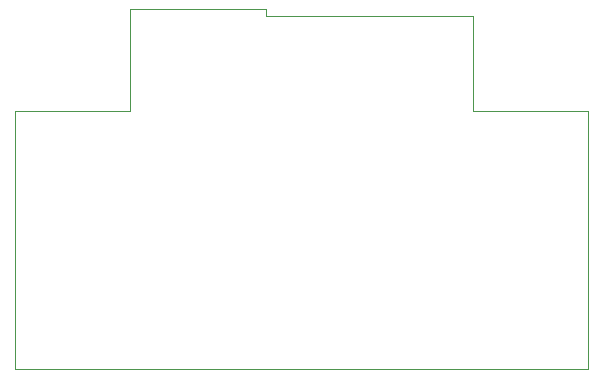
<source format=gbr>
%TF.GenerationSoftware,Altium Limited,Altium Designer,20.2.4 (192)*%
G04 Layer_Color=8388736*
%FSLAX26Y26*%
%MOIN*%
%TF.SameCoordinates,588C5E66-93D0-4E9F-B3F3-82FDCAC5A583*%
%TF.FilePolarity,Positive*%
%TF.FileFunction,Other,Board_Outline*%
%TF.Part,Single*%
G01*
G75*
%TA.AperFunction,NonConductor*%
%ADD60C,0.003937*%
D60*
X0Y0D02*
X1909449D01*
Y861221D01*
X1525591D02*
X1909449D01*
X1525591D02*
Y1177165D01*
X836614D02*
X1525591D01*
X836614D02*
Y1200787D01*
X383858D02*
X836614D01*
X383858Y860236D02*
Y1200787D01*
X0Y860236D02*
X383858D01*
X0Y0D02*
Y860236D01*
%TF.MD5,bcce12b31ca1273ccde64055aa4681e5*%
M02*

</source>
